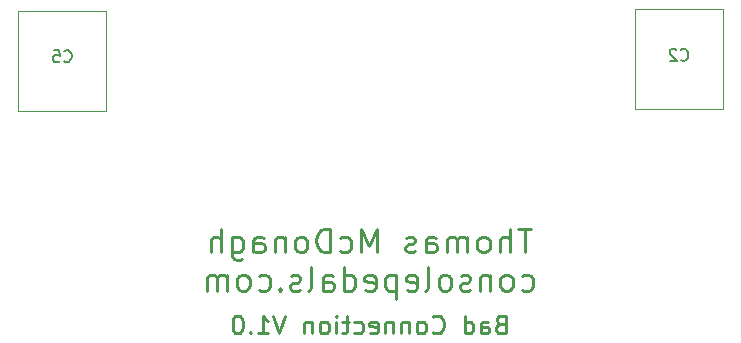
<source format=gbr>
G04 #@! TF.GenerationSoftware,KiCad,Pcbnew,(5.1.7)-1*
G04 #@! TF.CreationDate,2021-11-02T16:03:08-05:00*
G04 #@! TF.ProjectId,BadConnection,42616443-6f6e-46e6-9563-74696f6e2e6b,rev?*
G04 #@! TF.SameCoordinates,Original*
G04 #@! TF.FileFunction,Legend,Bot*
G04 #@! TF.FilePolarity,Positive*
%FSLAX46Y46*%
G04 Gerber Fmt 4.6, Leading zero omitted, Abs format (unit mm)*
G04 Created by KiCad (PCBNEW (5.1.7)-1) date 2021-11-02 16:03:08*
%MOMM*%
%LPD*%
G01*
G04 APERTURE LIST*
%ADD10C,0.250000*%
%ADD11C,0.120000*%
%ADD12C,0.150000*%
G04 APERTURE END LIST*
D10*
X143785714Y-121177857D02*
X143571428Y-121249285D01*
X143500000Y-121320714D01*
X143428571Y-121463571D01*
X143428571Y-121677857D01*
X143500000Y-121820714D01*
X143571428Y-121892142D01*
X143714285Y-121963571D01*
X144285714Y-121963571D01*
X144285714Y-120463571D01*
X143785714Y-120463571D01*
X143642857Y-120535000D01*
X143571428Y-120606428D01*
X143500000Y-120749285D01*
X143500000Y-120892142D01*
X143571428Y-121035000D01*
X143642857Y-121106428D01*
X143785714Y-121177857D01*
X144285714Y-121177857D01*
X142142857Y-121963571D02*
X142142857Y-121177857D01*
X142214285Y-121035000D01*
X142357142Y-120963571D01*
X142642857Y-120963571D01*
X142785714Y-121035000D01*
X142142857Y-121892142D02*
X142285714Y-121963571D01*
X142642857Y-121963571D01*
X142785714Y-121892142D01*
X142857142Y-121749285D01*
X142857142Y-121606428D01*
X142785714Y-121463571D01*
X142642857Y-121392142D01*
X142285714Y-121392142D01*
X142142857Y-121320714D01*
X140785714Y-121963571D02*
X140785714Y-120463571D01*
X140785714Y-121892142D02*
X140928571Y-121963571D01*
X141214285Y-121963571D01*
X141357142Y-121892142D01*
X141428571Y-121820714D01*
X141500000Y-121677857D01*
X141500000Y-121249285D01*
X141428571Y-121106428D01*
X141357142Y-121035000D01*
X141214285Y-120963571D01*
X140928571Y-120963571D01*
X140785714Y-121035000D01*
X138071428Y-121820714D02*
X138142857Y-121892142D01*
X138357142Y-121963571D01*
X138500000Y-121963571D01*
X138714285Y-121892142D01*
X138857142Y-121749285D01*
X138928571Y-121606428D01*
X139000000Y-121320714D01*
X139000000Y-121106428D01*
X138928571Y-120820714D01*
X138857142Y-120677857D01*
X138714285Y-120535000D01*
X138500000Y-120463571D01*
X138357142Y-120463571D01*
X138142857Y-120535000D01*
X138071428Y-120606428D01*
X137214285Y-121963571D02*
X137357142Y-121892142D01*
X137428571Y-121820714D01*
X137500000Y-121677857D01*
X137500000Y-121249285D01*
X137428571Y-121106428D01*
X137357142Y-121035000D01*
X137214285Y-120963571D01*
X137000000Y-120963571D01*
X136857142Y-121035000D01*
X136785714Y-121106428D01*
X136714285Y-121249285D01*
X136714285Y-121677857D01*
X136785714Y-121820714D01*
X136857142Y-121892142D01*
X137000000Y-121963571D01*
X137214285Y-121963571D01*
X136071428Y-120963571D02*
X136071428Y-121963571D01*
X136071428Y-121106428D02*
X136000000Y-121035000D01*
X135857142Y-120963571D01*
X135642857Y-120963571D01*
X135500000Y-121035000D01*
X135428571Y-121177857D01*
X135428571Y-121963571D01*
X134714285Y-120963571D02*
X134714285Y-121963571D01*
X134714285Y-121106428D02*
X134642857Y-121035000D01*
X134500000Y-120963571D01*
X134285714Y-120963571D01*
X134142857Y-121035000D01*
X134071428Y-121177857D01*
X134071428Y-121963571D01*
X132785714Y-121892142D02*
X132928571Y-121963571D01*
X133214285Y-121963571D01*
X133357142Y-121892142D01*
X133428571Y-121749285D01*
X133428571Y-121177857D01*
X133357142Y-121035000D01*
X133214285Y-120963571D01*
X132928571Y-120963571D01*
X132785714Y-121035000D01*
X132714285Y-121177857D01*
X132714285Y-121320714D01*
X133428571Y-121463571D01*
X131428571Y-121892142D02*
X131571428Y-121963571D01*
X131857142Y-121963571D01*
X132000000Y-121892142D01*
X132071428Y-121820714D01*
X132142857Y-121677857D01*
X132142857Y-121249285D01*
X132071428Y-121106428D01*
X132000000Y-121035000D01*
X131857142Y-120963571D01*
X131571428Y-120963571D01*
X131428571Y-121035000D01*
X131000000Y-120963571D02*
X130428571Y-120963571D01*
X130785714Y-120463571D02*
X130785714Y-121749285D01*
X130714285Y-121892142D01*
X130571428Y-121963571D01*
X130428571Y-121963571D01*
X129928571Y-121963571D02*
X129928571Y-120963571D01*
X129928571Y-120463571D02*
X130000000Y-120535000D01*
X129928571Y-120606428D01*
X129857142Y-120535000D01*
X129928571Y-120463571D01*
X129928571Y-120606428D01*
X129000000Y-121963571D02*
X129142857Y-121892142D01*
X129214285Y-121820714D01*
X129285714Y-121677857D01*
X129285714Y-121249285D01*
X129214285Y-121106428D01*
X129142857Y-121035000D01*
X129000000Y-120963571D01*
X128785714Y-120963571D01*
X128642857Y-121035000D01*
X128571428Y-121106428D01*
X128500000Y-121249285D01*
X128500000Y-121677857D01*
X128571428Y-121820714D01*
X128642857Y-121892142D01*
X128785714Y-121963571D01*
X129000000Y-121963571D01*
X127857142Y-120963571D02*
X127857142Y-121963571D01*
X127857142Y-121106428D02*
X127785714Y-121035000D01*
X127642857Y-120963571D01*
X127428571Y-120963571D01*
X127285714Y-121035000D01*
X127214285Y-121177857D01*
X127214285Y-121963571D01*
X125571428Y-120463571D02*
X125071428Y-121963571D01*
X124571428Y-120463571D01*
X123285714Y-121963571D02*
X124142857Y-121963571D01*
X123714285Y-121963571D02*
X123714285Y-120463571D01*
X123857142Y-120677857D01*
X124000000Y-120820714D01*
X124142857Y-120892142D01*
X122642857Y-121820714D02*
X122571428Y-121892142D01*
X122642857Y-121963571D01*
X122714285Y-121892142D01*
X122642857Y-121820714D01*
X122642857Y-121963571D01*
X121642857Y-120463571D02*
X121500000Y-120463571D01*
X121357142Y-120535000D01*
X121285714Y-120606428D01*
X121214285Y-120749285D01*
X121142857Y-121035000D01*
X121142857Y-121392142D01*
X121214285Y-121677857D01*
X121285714Y-121820714D01*
X121357142Y-121892142D01*
X121500000Y-121963571D01*
X121642857Y-121963571D01*
X121785714Y-121892142D01*
X121857142Y-121820714D01*
X121928571Y-121677857D01*
X122000000Y-121392142D01*
X122000000Y-121035000D01*
X121928571Y-120749285D01*
X121857142Y-120606428D01*
X121785714Y-120535000D01*
X121642857Y-120463571D01*
X146429285Y-113103761D02*
X145286428Y-113103761D01*
X145857857Y-115103761D02*
X145857857Y-113103761D01*
X144619761Y-115103761D02*
X144619761Y-113103761D01*
X143762619Y-115103761D02*
X143762619Y-114056142D01*
X143857857Y-113865666D01*
X144048333Y-113770428D01*
X144334047Y-113770428D01*
X144524523Y-113865666D01*
X144619761Y-113960904D01*
X142524523Y-115103761D02*
X142715000Y-115008523D01*
X142810238Y-114913285D01*
X142905476Y-114722809D01*
X142905476Y-114151380D01*
X142810238Y-113960904D01*
X142715000Y-113865666D01*
X142524523Y-113770428D01*
X142238809Y-113770428D01*
X142048333Y-113865666D01*
X141953095Y-113960904D01*
X141857857Y-114151380D01*
X141857857Y-114722809D01*
X141953095Y-114913285D01*
X142048333Y-115008523D01*
X142238809Y-115103761D01*
X142524523Y-115103761D01*
X141000714Y-115103761D02*
X141000714Y-113770428D01*
X141000714Y-113960904D02*
X140905476Y-113865666D01*
X140715000Y-113770428D01*
X140429285Y-113770428D01*
X140238809Y-113865666D01*
X140143571Y-114056142D01*
X140143571Y-115103761D01*
X140143571Y-114056142D02*
X140048333Y-113865666D01*
X139857857Y-113770428D01*
X139572142Y-113770428D01*
X139381666Y-113865666D01*
X139286428Y-114056142D01*
X139286428Y-115103761D01*
X137476904Y-115103761D02*
X137476904Y-114056142D01*
X137572142Y-113865666D01*
X137762619Y-113770428D01*
X138143571Y-113770428D01*
X138334047Y-113865666D01*
X137476904Y-115008523D02*
X137667380Y-115103761D01*
X138143571Y-115103761D01*
X138334047Y-115008523D01*
X138429285Y-114818047D01*
X138429285Y-114627571D01*
X138334047Y-114437095D01*
X138143571Y-114341857D01*
X137667380Y-114341857D01*
X137476904Y-114246619D01*
X136619761Y-115008523D02*
X136429285Y-115103761D01*
X136048333Y-115103761D01*
X135857857Y-115008523D01*
X135762619Y-114818047D01*
X135762619Y-114722809D01*
X135857857Y-114532333D01*
X136048333Y-114437095D01*
X136334047Y-114437095D01*
X136524523Y-114341857D01*
X136619761Y-114151380D01*
X136619761Y-114056142D01*
X136524523Y-113865666D01*
X136334047Y-113770428D01*
X136048333Y-113770428D01*
X135857857Y-113865666D01*
X133381666Y-115103761D02*
X133381666Y-113103761D01*
X132715000Y-114532333D01*
X132048333Y-113103761D01*
X132048333Y-115103761D01*
X130238809Y-115008523D02*
X130429285Y-115103761D01*
X130810238Y-115103761D01*
X131000714Y-115008523D01*
X131095952Y-114913285D01*
X131191190Y-114722809D01*
X131191190Y-114151380D01*
X131095952Y-113960904D01*
X131000714Y-113865666D01*
X130810238Y-113770428D01*
X130429285Y-113770428D01*
X130238809Y-113865666D01*
X129381666Y-115103761D02*
X129381666Y-113103761D01*
X128905476Y-113103761D01*
X128619761Y-113199000D01*
X128429285Y-113389476D01*
X128334047Y-113579952D01*
X128238809Y-113960904D01*
X128238809Y-114246619D01*
X128334047Y-114627571D01*
X128429285Y-114818047D01*
X128619761Y-115008523D01*
X128905476Y-115103761D01*
X129381666Y-115103761D01*
X127095952Y-115103761D02*
X127286428Y-115008523D01*
X127381666Y-114913285D01*
X127476904Y-114722809D01*
X127476904Y-114151380D01*
X127381666Y-113960904D01*
X127286428Y-113865666D01*
X127095952Y-113770428D01*
X126810238Y-113770428D01*
X126619761Y-113865666D01*
X126524523Y-113960904D01*
X126429285Y-114151380D01*
X126429285Y-114722809D01*
X126524523Y-114913285D01*
X126619761Y-115008523D01*
X126810238Y-115103761D01*
X127095952Y-115103761D01*
X125572142Y-113770428D02*
X125572142Y-115103761D01*
X125572142Y-113960904D02*
X125476904Y-113865666D01*
X125286428Y-113770428D01*
X125000714Y-113770428D01*
X124810238Y-113865666D01*
X124715000Y-114056142D01*
X124715000Y-115103761D01*
X122905476Y-115103761D02*
X122905476Y-114056142D01*
X123000714Y-113865666D01*
X123191190Y-113770428D01*
X123572142Y-113770428D01*
X123762619Y-113865666D01*
X122905476Y-115008523D02*
X123095952Y-115103761D01*
X123572142Y-115103761D01*
X123762619Y-115008523D01*
X123857857Y-114818047D01*
X123857857Y-114627571D01*
X123762619Y-114437095D01*
X123572142Y-114341857D01*
X123095952Y-114341857D01*
X122905476Y-114246619D01*
X121095952Y-113770428D02*
X121095952Y-115389476D01*
X121191190Y-115579952D01*
X121286428Y-115675190D01*
X121476904Y-115770428D01*
X121762619Y-115770428D01*
X121953095Y-115675190D01*
X121095952Y-115008523D02*
X121286428Y-115103761D01*
X121667380Y-115103761D01*
X121857857Y-115008523D01*
X121953095Y-114913285D01*
X122048333Y-114722809D01*
X122048333Y-114151380D01*
X121953095Y-113960904D01*
X121857857Y-113865666D01*
X121667380Y-113770428D01*
X121286428Y-113770428D01*
X121095952Y-113865666D01*
X120143571Y-115103761D02*
X120143571Y-113103761D01*
X119286428Y-115103761D02*
X119286428Y-114056142D01*
X119381666Y-113865666D01*
X119572142Y-113770428D01*
X119857857Y-113770428D01*
X120048333Y-113865666D01*
X120143571Y-113960904D01*
X145619761Y-118258523D02*
X145810238Y-118353761D01*
X146191190Y-118353761D01*
X146381666Y-118258523D01*
X146476904Y-118163285D01*
X146572142Y-117972809D01*
X146572142Y-117401380D01*
X146476904Y-117210904D01*
X146381666Y-117115666D01*
X146191190Y-117020428D01*
X145810238Y-117020428D01*
X145619761Y-117115666D01*
X144476904Y-118353761D02*
X144667380Y-118258523D01*
X144762619Y-118163285D01*
X144857857Y-117972809D01*
X144857857Y-117401380D01*
X144762619Y-117210904D01*
X144667380Y-117115666D01*
X144476904Y-117020428D01*
X144191190Y-117020428D01*
X144000714Y-117115666D01*
X143905476Y-117210904D01*
X143810238Y-117401380D01*
X143810238Y-117972809D01*
X143905476Y-118163285D01*
X144000714Y-118258523D01*
X144191190Y-118353761D01*
X144476904Y-118353761D01*
X142953095Y-117020428D02*
X142953095Y-118353761D01*
X142953095Y-117210904D02*
X142857857Y-117115666D01*
X142667380Y-117020428D01*
X142381666Y-117020428D01*
X142191190Y-117115666D01*
X142095952Y-117306142D01*
X142095952Y-118353761D01*
X141238809Y-118258523D02*
X141048333Y-118353761D01*
X140667380Y-118353761D01*
X140476904Y-118258523D01*
X140381666Y-118068047D01*
X140381666Y-117972809D01*
X140476904Y-117782333D01*
X140667380Y-117687095D01*
X140953095Y-117687095D01*
X141143571Y-117591857D01*
X141238809Y-117401380D01*
X141238809Y-117306142D01*
X141143571Y-117115666D01*
X140953095Y-117020428D01*
X140667380Y-117020428D01*
X140476904Y-117115666D01*
X139238809Y-118353761D02*
X139429285Y-118258523D01*
X139524523Y-118163285D01*
X139619761Y-117972809D01*
X139619761Y-117401380D01*
X139524523Y-117210904D01*
X139429285Y-117115666D01*
X139238809Y-117020428D01*
X138953095Y-117020428D01*
X138762619Y-117115666D01*
X138667380Y-117210904D01*
X138572142Y-117401380D01*
X138572142Y-117972809D01*
X138667380Y-118163285D01*
X138762619Y-118258523D01*
X138953095Y-118353761D01*
X139238809Y-118353761D01*
X137429285Y-118353761D02*
X137619761Y-118258523D01*
X137715000Y-118068047D01*
X137715000Y-116353761D01*
X135905476Y-118258523D02*
X136095952Y-118353761D01*
X136476904Y-118353761D01*
X136667380Y-118258523D01*
X136762619Y-118068047D01*
X136762619Y-117306142D01*
X136667380Y-117115666D01*
X136476904Y-117020428D01*
X136095952Y-117020428D01*
X135905476Y-117115666D01*
X135810238Y-117306142D01*
X135810238Y-117496619D01*
X136762619Y-117687095D01*
X134953095Y-117020428D02*
X134953095Y-119020428D01*
X134953095Y-117115666D02*
X134762619Y-117020428D01*
X134381666Y-117020428D01*
X134191190Y-117115666D01*
X134095952Y-117210904D01*
X134000714Y-117401380D01*
X134000714Y-117972809D01*
X134095952Y-118163285D01*
X134191190Y-118258523D01*
X134381666Y-118353761D01*
X134762619Y-118353761D01*
X134953095Y-118258523D01*
X132381666Y-118258523D02*
X132572142Y-118353761D01*
X132953095Y-118353761D01*
X133143571Y-118258523D01*
X133238809Y-118068047D01*
X133238809Y-117306142D01*
X133143571Y-117115666D01*
X132953095Y-117020428D01*
X132572142Y-117020428D01*
X132381666Y-117115666D01*
X132286428Y-117306142D01*
X132286428Y-117496619D01*
X133238809Y-117687095D01*
X130572142Y-118353761D02*
X130572142Y-116353761D01*
X130572142Y-118258523D02*
X130762619Y-118353761D01*
X131143571Y-118353761D01*
X131334047Y-118258523D01*
X131429285Y-118163285D01*
X131524523Y-117972809D01*
X131524523Y-117401380D01*
X131429285Y-117210904D01*
X131334047Y-117115666D01*
X131143571Y-117020428D01*
X130762619Y-117020428D01*
X130572142Y-117115666D01*
X128762619Y-118353761D02*
X128762619Y-117306142D01*
X128857857Y-117115666D01*
X129048333Y-117020428D01*
X129429285Y-117020428D01*
X129619761Y-117115666D01*
X128762619Y-118258523D02*
X128953095Y-118353761D01*
X129429285Y-118353761D01*
X129619761Y-118258523D01*
X129715000Y-118068047D01*
X129715000Y-117877571D01*
X129619761Y-117687095D01*
X129429285Y-117591857D01*
X128953095Y-117591857D01*
X128762619Y-117496619D01*
X127524523Y-118353761D02*
X127715000Y-118258523D01*
X127810238Y-118068047D01*
X127810238Y-116353761D01*
X126857857Y-118258523D02*
X126667380Y-118353761D01*
X126286428Y-118353761D01*
X126095952Y-118258523D01*
X126000714Y-118068047D01*
X126000714Y-117972809D01*
X126095952Y-117782333D01*
X126286428Y-117687095D01*
X126572142Y-117687095D01*
X126762619Y-117591857D01*
X126857857Y-117401380D01*
X126857857Y-117306142D01*
X126762619Y-117115666D01*
X126572142Y-117020428D01*
X126286428Y-117020428D01*
X126095952Y-117115666D01*
X125143571Y-118163285D02*
X125048333Y-118258523D01*
X125143571Y-118353761D01*
X125238809Y-118258523D01*
X125143571Y-118163285D01*
X125143571Y-118353761D01*
X123334047Y-118258523D02*
X123524523Y-118353761D01*
X123905476Y-118353761D01*
X124095952Y-118258523D01*
X124191190Y-118163285D01*
X124286428Y-117972809D01*
X124286428Y-117401380D01*
X124191190Y-117210904D01*
X124095952Y-117115666D01*
X123905476Y-117020428D01*
X123524523Y-117020428D01*
X123334047Y-117115666D01*
X122191190Y-118353761D02*
X122381666Y-118258523D01*
X122476904Y-118163285D01*
X122572142Y-117972809D01*
X122572142Y-117401380D01*
X122476904Y-117210904D01*
X122381666Y-117115666D01*
X122191190Y-117020428D01*
X121905476Y-117020428D01*
X121715000Y-117115666D01*
X121619761Y-117210904D01*
X121524523Y-117401380D01*
X121524523Y-117972809D01*
X121619761Y-118163285D01*
X121715000Y-118258523D01*
X121905476Y-118353761D01*
X122191190Y-118353761D01*
X120667380Y-118353761D02*
X120667380Y-117020428D01*
X120667380Y-117210904D02*
X120572142Y-117115666D01*
X120381666Y-117020428D01*
X120095952Y-117020428D01*
X119905476Y-117115666D01*
X119810238Y-117306142D01*
X119810238Y-118353761D01*
X119810238Y-117306142D02*
X119715000Y-117115666D01*
X119524523Y-117020428D01*
X119238809Y-117020428D01*
X119048333Y-117115666D01*
X118953095Y-117306142D01*
X118953095Y-118353761D01*
D11*
G04 #@! TO.C,C2*
X162637000Y-94515000D02*
X155197000Y-94515000D01*
X162637000Y-103005000D02*
X155197000Y-103005000D01*
X162637000Y-94515000D02*
X162637000Y-103005000D01*
X155197000Y-94515000D02*
X155197000Y-103005000D01*
G04 #@! TO.C,C5*
X110440000Y-94642000D02*
X103000000Y-94642000D01*
X110440000Y-103132000D02*
X103000000Y-103132000D01*
X110440000Y-94642000D02*
X110440000Y-103132000D01*
X103000000Y-94642000D02*
X103000000Y-103132000D01*
G04 #@! TO.C,C2*
D12*
X159083666Y-98782142D02*
X159131285Y-98829761D01*
X159274142Y-98877380D01*
X159369380Y-98877380D01*
X159512238Y-98829761D01*
X159607476Y-98734523D01*
X159655095Y-98639285D01*
X159702714Y-98448809D01*
X159702714Y-98305952D01*
X159655095Y-98115476D01*
X159607476Y-98020238D01*
X159512238Y-97925000D01*
X159369380Y-97877380D01*
X159274142Y-97877380D01*
X159131285Y-97925000D01*
X159083666Y-97972619D01*
X158702714Y-97972619D02*
X158655095Y-97925000D01*
X158559857Y-97877380D01*
X158321761Y-97877380D01*
X158226523Y-97925000D01*
X158178904Y-97972619D01*
X158131285Y-98067857D01*
X158131285Y-98163095D01*
X158178904Y-98305952D01*
X158750333Y-98877380D01*
X158131285Y-98877380D01*
G04 #@! TO.C,C5*
X106886666Y-98909142D02*
X106934285Y-98956761D01*
X107077142Y-99004380D01*
X107172380Y-99004380D01*
X107315238Y-98956761D01*
X107410476Y-98861523D01*
X107458095Y-98766285D01*
X107505714Y-98575809D01*
X107505714Y-98432952D01*
X107458095Y-98242476D01*
X107410476Y-98147238D01*
X107315238Y-98052000D01*
X107172380Y-98004380D01*
X107077142Y-98004380D01*
X106934285Y-98052000D01*
X106886666Y-98099619D01*
X105981904Y-98004380D02*
X106458095Y-98004380D01*
X106505714Y-98480571D01*
X106458095Y-98432952D01*
X106362857Y-98385333D01*
X106124761Y-98385333D01*
X106029523Y-98432952D01*
X105981904Y-98480571D01*
X105934285Y-98575809D01*
X105934285Y-98813904D01*
X105981904Y-98909142D01*
X106029523Y-98956761D01*
X106124761Y-99004380D01*
X106362857Y-99004380D01*
X106458095Y-98956761D01*
X106505714Y-98909142D01*
G04 #@! TD*
M02*

</source>
